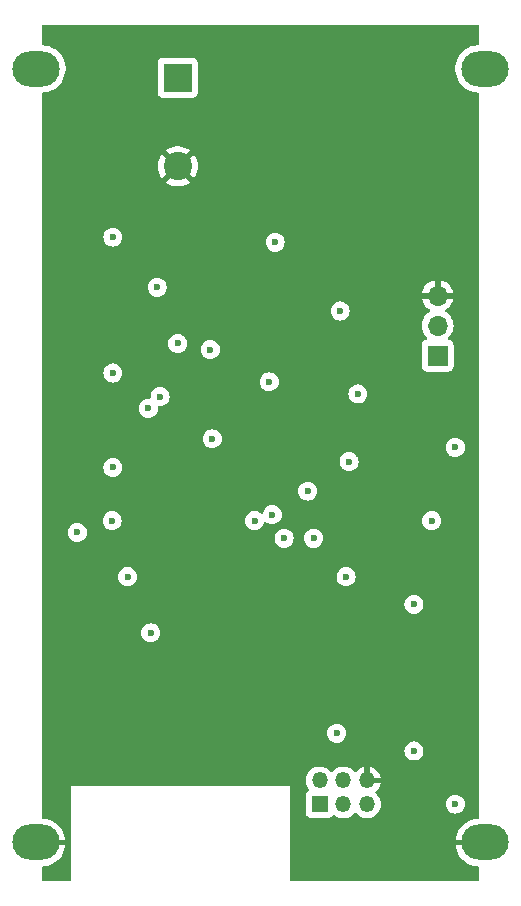
<source format=gbr>
%TF.GenerationSoftware,KiCad,Pcbnew,8.0.7*%
%TF.CreationDate,2025-01-11T16:41:09-06:00*%
%TF.ProjectId,ptSolar,7074536f-6c61-4722-9e6b-696361645f70,rev?*%
%TF.SameCoordinates,Original*%
%TF.FileFunction,Copper,L3,Inr*%
%TF.FilePolarity,Positive*%
%FSLAX46Y46*%
G04 Gerber Fmt 4.6, Leading zero omitted, Abs format (unit mm)*
G04 Created by KiCad (PCBNEW 8.0.7) date 2025-01-11 16:41:09*
%MOMM*%
%LPD*%
G01*
G04 APERTURE LIST*
%TA.AperFunction,ComponentPad*%
%ADD10O,4.000000X3.000000*%
%TD*%
%TA.AperFunction,ComponentPad*%
%ADD11R,1.350000X1.350000*%
%TD*%
%TA.AperFunction,ComponentPad*%
%ADD12O,1.350000X1.350000*%
%TD*%
%TA.AperFunction,ComponentPad*%
%ADD13R,1.700000X1.700000*%
%TD*%
%TA.AperFunction,ComponentPad*%
%ADD14O,1.700000X1.700000*%
%TD*%
%TA.AperFunction,ComponentPad*%
%ADD15R,2.400000X2.400000*%
%TD*%
%TA.AperFunction,ComponentPad*%
%ADD16C,2.400000*%
%TD*%
%TA.AperFunction,ViaPad*%
%ADD17C,0.600000*%
%TD*%
G04 APERTURE END LIST*
D10*
%TO.N,+BATT*%
%TO.C,J1*%
X129250000Y-72000000D03*
%TO.N,GND*%
X129250000Y-137500000D03*
%TD*%
%TO.N,+BATT*%
%TO.C,J2*%
X167250000Y-72000000D03*
%TO.N,GND*%
X167250000Y-137500000D03*
%TD*%
D11*
%TO.N,/MISO*%
%TO.C,J4*%
X153265000Y-134250000D03*
D12*
%TO.N,+BATT*%
X153265000Y-132250000D03*
%TO.N,/SCK*%
X155265000Y-134250000D03*
%TO.N,/MOSI*%
X155265000Y-132250000D03*
%TO.N,/RESET*%
X157265000Y-134250000D03*
%TO.N,GND*%
X157265000Y-132250000D03*
%TD*%
D13*
%TO.N,Net-(J3-Pin_1)*%
%TO.C,J3*%
X163250000Y-96275000D03*
D14*
%TO.N,Net-(J3-Pin_2)*%
X163250000Y-93735000D03*
%TO.N,GND*%
X163250000Y-91195000D03*
%TD*%
D15*
%TO.N,+BATT*%
%TO.C,C1*%
X141250000Y-72750000D03*
D16*
%TO.N,GND*%
X141250000Y-80250000D03*
%TD*%
D17*
%TO.N,GND*%
X144250000Y-110750000D03*
X150250000Y-108750000D03*
X148000000Y-70000000D03*
X144500000Y-116250000D03*
X133500000Y-116000000D03*
X131000000Y-132500000D03*
X151250000Y-78583334D03*
X134750000Y-130250000D03*
X162250000Y-87083332D03*
X149750000Y-126000000D03*
X156000000Y-116500000D03*
X162250000Y-84249999D03*
X156750000Y-126000000D03*
X162250000Y-70000000D03*
X135000000Y-111500000D03*
X134750000Y-127750000D03*
X135750000Y-90250000D03*
X149750000Y-127750000D03*
X161250000Y-138750000D03*
X155000000Y-94500000D03*
X143333332Y-70000000D03*
X146750000Y-99250000D03*
X157500000Y-138750000D03*
X162500000Y-108000000D03*
X134000000Y-70000000D03*
X165000000Y-124000000D03*
X151250000Y-80500000D03*
X165000000Y-121500000D03*
X134750000Y-120750000D03*
X155000000Y-102000000D03*
X134750000Y-123250000D03*
X136750000Y-103750000D03*
X134750000Y-125250000D03*
X151250000Y-86000000D03*
X162250000Y-78583333D03*
X149750000Y-130250000D03*
X162250000Y-75750000D03*
X138666666Y-70000000D03*
X151250000Y-75750001D03*
X153750000Y-138750000D03*
X162250000Y-81416666D03*
X150250000Y-116250000D03*
X144000000Y-106500000D03*
%TO.N,Net-(U2-ANTENNA)*%
X155000000Y-92500000D03*
%TO.N,/RESET*%
X155500000Y-115000000D03*
X152250000Y-107750000D03*
%TO.N,/SCK*%
X161250000Y-129750000D03*
%TO.N,/MISO*%
X154710000Y-128250000D03*
%TO.N,+3.3V*%
X135750000Y-105750000D03*
X164750000Y-134250000D03*
X135750000Y-97750000D03*
X138950000Y-119750000D03*
X147750000Y-110250000D03*
X164750000Y-104050000D03*
X156500000Y-99525000D03*
X135750000Y-86250000D03*
%TO.N,Net-(U2-MIC-IN)*%
X161250000Y-117350000D03*
%TO.N,Net-(U2-HIGH{slash}LOW)*%
X149500000Y-86681090D03*
%TO.N,Net-(U7-PC0)*%
X152750000Y-111750000D03*
X132750000Y-111250000D03*
%TO.N,Net-(U2-POWER_SAVE)*%
X141250000Y-95250000D03*
%TO.N,Net-(U3-A1)*%
X150250000Y-111750000D03*
X138750000Y-100750000D03*
%TO.N,Net-(U2-PTT)*%
X144000000Y-95767959D03*
%TO.N,Net-(U2-TX_DATA)*%
X137000000Y-115000000D03*
%TO.N,Net-(U3-A2)*%
X139750000Y-99750000D03*
X149250000Y-109750000D03*
%TO.N,Net-(U2-RX_DATA)*%
X139500000Y-90500000D03*
%TO.N,/BATT-SENSE*%
X149000000Y-98500000D03*
X155750000Y-105250000D03*
%TO.N,Net-(U7-PD3)*%
X162750000Y-110250000D03*
X144175735Y-103324265D03*
%TO.N,Net-(U2-AF-OUT)*%
X135700000Y-110250000D03*
%TD*%
%TA.AperFunction,Conductor*%
%TO.N,GND*%
G36*
X166692539Y-68270185D02*
G01*
X166738294Y-68322989D01*
X166749500Y-68374500D01*
X166749500Y-69875500D01*
X166729815Y-69942539D01*
X166677011Y-69988294D01*
X166625500Y-69999500D01*
X166618872Y-69999500D01*
X166387772Y-70029926D01*
X166358884Y-70033730D01*
X166105581Y-70101602D01*
X166105571Y-70101605D01*
X165863309Y-70201953D01*
X165863299Y-70201958D01*
X165636196Y-70333075D01*
X165428148Y-70492718D01*
X165242718Y-70678148D01*
X165083075Y-70886196D01*
X164951958Y-71113299D01*
X164951953Y-71113309D01*
X164851605Y-71355571D01*
X164851602Y-71355581D01*
X164812337Y-71502123D01*
X164783730Y-71608885D01*
X164749500Y-71868872D01*
X164749500Y-72131127D01*
X164776123Y-72333339D01*
X164783730Y-72391116D01*
X164851602Y-72644418D01*
X164851605Y-72644428D01*
X164951953Y-72886690D01*
X164951958Y-72886700D01*
X165083075Y-73113803D01*
X165242718Y-73321851D01*
X165242726Y-73321860D01*
X165428140Y-73507274D01*
X165428148Y-73507281D01*
X165636196Y-73666924D01*
X165863299Y-73798041D01*
X165863309Y-73798046D01*
X166105571Y-73898394D01*
X166105581Y-73898398D01*
X166358884Y-73966270D01*
X166618880Y-74000500D01*
X166625500Y-74000500D01*
X166692539Y-74020185D01*
X166738294Y-74072989D01*
X166749500Y-74124500D01*
X166749500Y-135376000D01*
X166729815Y-135443039D01*
X166677011Y-135488794D01*
X166625500Y-135500000D01*
X166618905Y-135500000D01*
X166358990Y-135534220D01*
X166358979Y-135534222D01*
X166105744Y-135602075D01*
X165863528Y-135702404D01*
X165863517Y-135702409D01*
X165636471Y-135833496D01*
X165428480Y-135993092D01*
X165428473Y-135993098D01*
X165243098Y-136178473D01*
X165243092Y-136178480D01*
X165083496Y-136386471D01*
X164952409Y-136613517D01*
X164952404Y-136613528D01*
X164852075Y-136855744D01*
X164784221Y-137108983D01*
X164765654Y-137249999D01*
X164765655Y-137250000D01*
X166024015Y-137250000D01*
X166000000Y-137401623D01*
X166000000Y-137598377D01*
X166024015Y-137750000D01*
X164765655Y-137750000D01*
X164784221Y-137891016D01*
X164852075Y-138144255D01*
X164952404Y-138386471D01*
X164952409Y-138386482D01*
X165083496Y-138613528D01*
X165243092Y-138821519D01*
X165243098Y-138821526D01*
X165428473Y-139006901D01*
X165428480Y-139006907D01*
X165636471Y-139166503D01*
X165863517Y-139297590D01*
X165863528Y-139297595D01*
X166105744Y-139397924D01*
X166358979Y-139465777D01*
X166358990Y-139465779D01*
X166618905Y-139499999D01*
X166618920Y-139500000D01*
X166625500Y-139500000D01*
X166692539Y-139519685D01*
X166738294Y-139572489D01*
X166749500Y-139624000D01*
X166749500Y-140625500D01*
X166729815Y-140692539D01*
X166677011Y-140738294D01*
X166625500Y-140749500D01*
X150874000Y-140749500D01*
X150806961Y-140729815D01*
X150761206Y-140677011D01*
X150750000Y-140625500D01*
X150750000Y-132750000D01*
X132250000Y-132750000D01*
X132250000Y-140625500D01*
X132230315Y-140692539D01*
X132177511Y-140738294D01*
X132126000Y-140749500D01*
X129874500Y-140749500D01*
X129807461Y-140729815D01*
X129761706Y-140677011D01*
X129750500Y-140625500D01*
X129750500Y-139624000D01*
X129770185Y-139556961D01*
X129822989Y-139511206D01*
X129874500Y-139500000D01*
X129881080Y-139500000D01*
X129881094Y-139499999D01*
X130141009Y-139465779D01*
X130141020Y-139465777D01*
X130394255Y-139397924D01*
X130636471Y-139297595D01*
X130636482Y-139297590D01*
X130863528Y-139166503D01*
X131071519Y-139006907D01*
X131071526Y-139006901D01*
X131256901Y-138821526D01*
X131256907Y-138821519D01*
X131416503Y-138613528D01*
X131547590Y-138386482D01*
X131547595Y-138386471D01*
X131647924Y-138144255D01*
X131715778Y-137891016D01*
X131734345Y-137750000D01*
X130475985Y-137750000D01*
X130500000Y-137598377D01*
X130500000Y-137401623D01*
X130475985Y-137250000D01*
X131734345Y-137250000D01*
X131734345Y-137249999D01*
X131715778Y-137108983D01*
X131647924Y-136855744D01*
X131547595Y-136613528D01*
X131547590Y-136613517D01*
X131416503Y-136386471D01*
X131256907Y-136178480D01*
X131256901Y-136178473D01*
X131071526Y-135993098D01*
X131071519Y-135993092D01*
X130863528Y-135833496D01*
X130636482Y-135702409D01*
X130636471Y-135702404D01*
X130394255Y-135602075D01*
X130141020Y-135534222D01*
X130141009Y-135534220D01*
X129881094Y-135500000D01*
X129874500Y-135500000D01*
X129807461Y-135480315D01*
X129761706Y-135427511D01*
X129750500Y-135376000D01*
X129750500Y-132249999D01*
X152084464Y-132249999D01*
X152084464Y-132250000D01*
X152104564Y-132466918D01*
X152104564Y-132466920D01*
X152104565Y-132466923D01*
X152133916Y-132570080D01*
X152164184Y-132676462D01*
X152261288Y-132871472D01*
X152342747Y-132979341D01*
X152367439Y-133044702D01*
X152352874Y-133113037D01*
X152318105Y-133153334D01*
X152232452Y-133217455D01*
X152146206Y-133332664D01*
X152146202Y-133332671D01*
X152095908Y-133467517D01*
X152089501Y-133527116D01*
X152089500Y-133527135D01*
X152089500Y-134972870D01*
X152089501Y-134972876D01*
X152095908Y-135032483D01*
X152146202Y-135167328D01*
X152146206Y-135167335D01*
X152232452Y-135282544D01*
X152232455Y-135282547D01*
X152347664Y-135368793D01*
X152347671Y-135368797D01*
X152482517Y-135419091D01*
X152482516Y-135419091D01*
X152489444Y-135419835D01*
X152542127Y-135425500D01*
X153987872Y-135425499D01*
X154047483Y-135419091D01*
X154182331Y-135368796D01*
X154297546Y-135282546D01*
X154359785Y-135199404D01*
X154415718Y-135157535D01*
X154485410Y-135152551D01*
X154542588Y-135182078D01*
X154553568Y-135192088D01*
X154553570Y-135192089D01*
X154553571Y-135192090D01*
X154738786Y-135306770D01*
X154738792Y-135306773D01*
X154761664Y-135315633D01*
X154941931Y-135385470D01*
X155156074Y-135425500D01*
X155156076Y-135425500D01*
X155373924Y-135425500D01*
X155373926Y-135425500D01*
X155588069Y-135385470D01*
X155791210Y-135306772D01*
X155976432Y-135192088D01*
X156137427Y-135045322D01*
X156166047Y-135007422D01*
X156222153Y-134965787D01*
X156291865Y-134961094D01*
X156353048Y-134994836D01*
X156363946Y-135007414D01*
X156392573Y-135045322D01*
X156553568Y-135192088D01*
X156553575Y-135192092D01*
X156553576Y-135192093D01*
X156738786Y-135306770D01*
X156738792Y-135306773D01*
X156761664Y-135315633D01*
X156941931Y-135385470D01*
X157156074Y-135425500D01*
X157156076Y-135425500D01*
X157373924Y-135425500D01*
X157373926Y-135425500D01*
X157588069Y-135385470D01*
X157791210Y-135306772D01*
X157976432Y-135192088D01*
X158137427Y-135045322D01*
X158268712Y-134871472D01*
X158365817Y-134676459D01*
X158425435Y-134466923D01*
X158445536Y-134250000D01*
X158445536Y-134249996D01*
X163944435Y-134249996D01*
X163944435Y-134250003D01*
X163964630Y-134429249D01*
X163964631Y-134429254D01*
X164024211Y-134599523D01*
X164120184Y-134752262D01*
X164247738Y-134879816D01*
X164338080Y-134936582D01*
X164395835Y-134972872D01*
X164400478Y-134975789D01*
X164490886Y-135007424D01*
X164570745Y-135035368D01*
X164570750Y-135035369D01*
X164749996Y-135055565D01*
X164750000Y-135055565D01*
X164750004Y-135055565D01*
X164929249Y-135035369D01*
X164929252Y-135035368D01*
X164929255Y-135035368D01*
X165099522Y-134975789D01*
X165252262Y-134879816D01*
X165379816Y-134752262D01*
X165475789Y-134599522D01*
X165535368Y-134429255D01*
X165555565Y-134250000D01*
X165535368Y-134070745D01*
X165475789Y-133900478D01*
X165379816Y-133747738D01*
X165252262Y-133620184D01*
X165122903Y-133538902D01*
X165099523Y-133524211D01*
X164929254Y-133464631D01*
X164929249Y-133464630D01*
X164750004Y-133444435D01*
X164749996Y-133444435D01*
X164570750Y-133464630D01*
X164570745Y-133464631D01*
X164400476Y-133524211D01*
X164247737Y-133620184D01*
X164120184Y-133747737D01*
X164024211Y-133900476D01*
X163964631Y-134070745D01*
X163964630Y-134070750D01*
X163944435Y-134249996D01*
X158445536Y-134249996D01*
X158425435Y-134033077D01*
X158365817Y-133823541D01*
X158268712Y-133628528D01*
X158192138Y-133527127D01*
X158137425Y-133454675D01*
X158013055Y-133341298D01*
X157976773Y-133281587D01*
X157978534Y-133211740D01*
X158013056Y-133158023D01*
X158137054Y-133044985D01*
X158268284Y-132871208D01*
X158365348Y-132676280D01*
X158415505Y-132500000D01*
X157580686Y-132500000D01*
X157585080Y-132495606D01*
X157637741Y-132404394D01*
X157665000Y-132302661D01*
X157665000Y-132197339D01*
X157637741Y-132095606D01*
X157585080Y-132004394D01*
X157580686Y-132000000D01*
X158415505Y-132000000D01*
X158415505Y-131999999D01*
X158365348Y-131823719D01*
X158268284Y-131628791D01*
X158137054Y-131455014D01*
X157976131Y-131308314D01*
X157790987Y-131193677D01*
X157790985Y-131193676D01*
X157587931Y-131115013D01*
X157587921Y-131115010D01*
X157515001Y-131101378D01*
X157515000Y-131101379D01*
X157515000Y-131934314D01*
X157510606Y-131929920D01*
X157419394Y-131877259D01*
X157317661Y-131850000D01*
X157212339Y-131850000D01*
X157110606Y-131877259D01*
X157019394Y-131929920D01*
X157015000Y-131934314D01*
X157015000Y-131101379D01*
X157014998Y-131101378D01*
X156942078Y-131115010D01*
X156942068Y-131115013D01*
X156739014Y-131193676D01*
X156739012Y-131193677D01*
X156553869Y-131308314D01*
X156553868Y-131308314D01*
X156392945Y-131455014D01*
X156364267Y-131492990D01*
X156308157Y-131534626D01*
X156238445Y-131539317D01*
X156177264Y-131505575D01*
X156166359Y-131492990D01*
X156157547Y-131481321D01*
X156137427Y-131454678D01*
X155976432Y-131307912D01*
X155976428Y-131307909D01*
X155976423Y-131307906D01*
X155791213Y-131193229D01*
X155791207Y-131193226D01*
X155706113Y-131160260D01*
X155588069Y-131114530D01*
X155373926Y-131074500D01*
X155156074Y-131074500D01*
X154941931Y-131114530D01*
X154893130Y-131133435D01*
X154738792Y-131193226D01*
X154738786Y-131193229D01*
X154553576Y-131307906D01*
X154553566Y-131307913D01*
X154392573Y-131454676D01*
X154363953Y-131492576D01*
X154307844Y-131534211D01*
X154238132Y-131538902D01*
X154176950Y-131505159D01*
X154166047Y-131492576D01*
X154137426Y-131454676D01*
X153976433Y-131307913D01*
X153976423Y-131307906D01*
X153791213Y-131193229D01*
X153791207Y-131193226D01*
X153706113Y-131160260D01*
X153588069Y-131114530D01*
X153373926Y-131074500D01*
X153156074Y-131074500D01*
X152941931Y-131114530D01*
X152893130Y-131133435D01*
X152738792Y-131193226D01*
X152738786Y-131193229D01*
X152553576Y-131307906D01*
X152553566Y-131307913D01*
X152392574Y-131454676D01*
X152261288Y-131628527D01*
X152164184Y-131823537D01*
X152164183Y-131823541D01*
X152113977Y-131999999D01*
X152104564Y-132033081D01*
X152084464Y-132249999D01*
X129750500Y-132249999D01*
X129750500Y-129749996D01*
X160444435Y-129749996D01*
X160444435Y-129750003D01*
X160464630Y-129929249D01*
X160464631Y-129929254D01*
X160524211Y-130099523D01*
X160620184Y-130252262D01*
X160747738Y-130379816D01*
X160900478Y-130475789D01*
X161070745Y-130535368D01*
X161070750Y-130535369D01*
X161249996Y-130555565D01*
X161250000Y-130555565D01*
X161250004Y-130555565D01*
X161429249Y-130535369D01*
X161429252Y-130535368D01*
X161429255Y-130535368D01*
X161599522Y-130475789D01*
X161752262Y-130379816D01*
X161879816Y-130252262D01*
X161975789Y-130099522D01*
X162035368Y-129929255D01*
X162055565Y-129750000D01*
X162035368Y-129570745D01*
X161975789Y-129400478D01*
X161879816Y-129247738D01*
X161752262Y-129120184D01*
X161649422Y-129055565D01*
X161599523Y-129024211D01*
X161429254Y-128964631D01*
X161429249Y-128964630D01*
X161250004Y-128944435D01*
X161249996Y-128944435D01*
X161070750Y-128964630D01*
X161070745Y-128964631D01*
X160900476Y-129024211D01*
X160747737Y-129120184D01*
X160620184Y-129247737D01*
X160524211Y-129400476D01*
X160464631Y-129570745D01*
X160464630Y-129570750D01*
X160444435Y-129749996D01*
X129750500Y-129749996D01*
X129750500Y-128249996D01*
X153904435Y-128249996D01*
X153904435Y-128250003D01*
X153924630Y-128429249D01*
X153924631Y-128429254D01*
X153984211Y-128599523D01*
X154080184Y-128752262D01*
X154207738Y-128879816D01*
X154298080Y-128936582D01*
X154342721Y-128964632D01*
X154360478Y-128975789D01*
X154498860Y-129024211D01*
X154530745Y-129035368D01*
X154530750Y-129035369D01*
X154709996Y-129055565D01*
X154710000Y-129055565D01*
X154710004Y-129055565D01*
X154889249Y-129035369D01*
X154889252Y-129035368D01*
X154889255Y-129035368D01*
X155059522Y-128975789D01*
X155212262Y-128879816D01*
X155339816Y-128752262D01*
X155435789Y-128599522D01*
X155495368Y-128429255D01*
X155515565Y-128250000D01*
X155495368Y-128070745D01*
X155435789Y-127900478D01*
X155339816Y-127747738D01*
X155212262Y-127620184D01*
X155059523Y-127524211D01*
X154889254Y-127464631D01*
X154889249Y-127464630D01*
X154710004Y-127444435D01*
X154709996Y-127444435D01*
X154530750Y-127464630D01*
X154530745Y-127464631D01*
X154360476Y-127524211D01*
X154207737Y-127620184D01*
X154080184Y-127747737D01*
X153984211Y-127900476D01*
X153924631Y-128070745D01*
X153924630Y-128070750D01*
X153904435Y-128249996D01*
X129750500Y-128249996D01*
X129750500Y-119749996D01*
X138144435Y-119749996D01*
X138144435Y-119750003D01*
X138164630Y-119929249D01*
X138164631Y-119929254D01*
X138224211Y-120099523D01*
X138320184Y-120252262D01*
X138447738Y-120379816D01*
X138600478Y-120475789D01*
X138770745Y-120535368D01*
X138770750Y-120535369D01*
X138949996Y-120555565D01*
X138950000Y-120555565D01*
X138950004Y-120555565D01*
X139129249Y-120535369D01*
X139129252Y-120535368D01*
X139129255Y-120535368D01*
X139299522Y-120475789D01*
X139452262Y-120379816D01*
X139579816Y-120252262D01*
X139675789Y-120099522D01*
X139735368Y-119929255D01*
X139755565Y-119750000D01*
X139735368Y-119570745D01*
X139675789Y-119400478D01*
X139579816Y-119247738D01*
X139452262Y-119120184D01*
X139299523Y-119024211D01*
X139129254Y-118964631D01*
X139129249Y-118964630D01*
X138950004Y-118944435D01*
X138949996Y-118944435D01*
X138770750Y-118964630D01*
X138770745Y-118964631D01*
X138600476Y-119024211D01*
X138447737Y-119120184D01*
X138320184Y-119247737D01*
X138224211Y-119400476D01*
X138164631Y-119570745D01*
X138164630Y-119570750D01*
X138144435Y-119749996D01*
X129750500Y-119749996D01*
X129750500Y-117349996D01*
X160444435Y-117349996D01*
X160444435Y-117350003D01*
X160464630Y-117529249D01*
X160464631Y-117529254D01*
X160524211Y-117699523D01*
X160620184Y-117852262D01*
X160747738Y-117979816D01*
X160900478Y-118075789D01*
X161070745Y-118135368D01*
X161070750Y-118135369D01*
X161249996Y-118155565D01*
X161250000Y-118155565D01*
X161250004Y-118155565D01*
X161429249Y-118135369D01*
X161429252Y-118135368D01*
X161429255Y-118135368D01*
X161599522Y-118075789D01*
X161752262Y-117979816D01*
X161879816Y-117852262D01*
X161975789Y-117699522D01*
X162035368Y-117529255D01*
X162055565Y-117350000D01*
X162035368Y-117170745D01*
X161975789Y-117000478D01*
X161879816Y-116847738D01*
X161752262Y-116720184D01*
X161599523Y-116624211D01*
X161429254Y-116564631D01*
X161429249Y-116564630D01*
X161250004Y-116544435D01*
X161249996Y-116544435D01*
X161070750Y-116564630D01*
X161070745Y-116564631D01*
X160900476Y-116624211D01*
X160747737Y-116720184D01*
X160620184Y-116847737D01*
X160524211Y-117000476D01*
X160464631Y-117170745D01*
X160464630Y-117170750D01*
X160444435Y-117349996D01*
X129750500Y-117349996D01*
X129750500Y-114999996D01*
X136194435Y-114999996D01*
X136194435Y-115000003D01*
X136214630Y-115179249D01*
X136214631Y-115179254D01*
X136274211Y-115349523D01*
X136370184Y-115502262D01*
X136497738Y-115629816D01*
X136650478Y-115725789D01*
X136820745Y-115785368D01*
X136820750Y-115785369D01*
X136999996Y-115805565D01*
X137000000Y-115805565D01*
X137000004Y-115805565D01*
X137179249Y-115785369D01*
X137179252Y-115785368D01*
X137179255Y-115785368D01*
X137349522Y-115725789D01*
X137502262Y-115629816D01*
X137629816Y-115502262D01*
X137725789Y-115349522D01*
X137785368Y-115179255D01*
X137805565Y-115000000D01*
X137805565Y-114999996D01*
X154694435Y-114999996D01*
X154694435Y-115000003D01*
X154714630Y-115179249D01*
X154714631Y-115179254D01*
X154774211Y-115349523D01*
X154870184Y-115502262D01*
X154997738Y-115629816D01*
X155150478Y-115725789D01*
X155320745Y-115785368D01*
X155320750Y-115785369D01*
X155499996Y-115805565D01*
X155500000Y-115805565D01*
X155500004Y-115805565D01*
X155679249Y-115785369D01*
X155679252Y-115785368D01*
X155679255Y-115785368D01*
X155849522Y-115725789D01*
X156002262Y-115629816D01*
X156129816Y-115502262D01*
X156225789Y-115349522D01*
X156285368Y-115179255D01*
X156305565Y-115000000D01*
X156285368Y-114820745D01*
X156225789Y-114650478D01*
X156129816Y-114497738D01*
X156002262Y-114370184D01*
X155849523Y-114274211D01*
X155679254Y-114214631D01*
X155679249Y-114214630D01*
X155500004Y-114194435D01*
X155499996Y-114194435D01*
X155320750Y-114214630D01*
X155320745Y-114214631D01*
X155150476Y-114274211D01*
X154997737Y-114370184D01*
X154870184Y-114497737D01*
X154774211Y-114650476D01*
X154714631Y-114820745D01*
X154714630Y-114820750D01*
X154694435Y-114999996D01*
X137805565Y-114999996D01*
X137785368Y-114820745D01*
X137725789Y-114650478D01*
X137629816Y-114497738D01*
X137502262Y-114370184D01*
X137349523Y-114274211D01*
X137179254Y-114214631D01*
X137179249Y-114214630D01*
X137000004Y-114194435D01*
X136999996Y-114194435D01*
X136820750Y-114214630D01*
X136820745Y-114214631D01*
X136650476Y-114274211D01*
X136497737Y-114370184D01*
X136370184Y-114497737D01*
X136274211Y-114650476D01*
X136214631Y-114820745D01*
X136214630Y-114820750D01*
X136194435Y-114999996D01*
X129750500Y-114999996D01*
X129750500Y-111249996D01*
X131944435Y-111249996D01*
X131944435Y-111250003D01*
X131964630Y-111429249D01*
X131964631Y-111429254D01*
X132024211Y-111599523D01*
X132118760Y-111749996D01*
X132120184Y-111752262D01*
X132247738Y-111879816D01*
X132400478Y-111975789D01*
X132570745Y-112035368D01*
X132570750Y-112035369D01*
X132749996Y-112055565D01*
X132750000Y-112055565D01*
X132750004Y-112055565D01*
X132929249Y-112035369D01*
X132929252Y-112035368D01*
X132929255Y-112035368D01*
X133099522Y-111975789D01*
X133252262Y-111879816D01*
X133379816Y-111752262D01*
X133381240Y-111749996D01*
X149444435Y-111749996D01*
X149444435Y-111750003D01*
X149464630Y-111929249D01*
X149464631Y-111929254D01*
X149524211Y-112099523D01*
X149620184Y-112252262D01*
X149747738Y-112379816D01*
X149900478Y-112475789D01*
X150070745Y-112535368D01*
X150070750Y-112535369D01*
X150249996Y-112555565D01*
X150250000Y-112555565D01*
X150250004Y-112555565D01*
X150429249Y-112535369D01*
X150429252Y-112535368D01*
X150429255Y-112535368D01*
X150599522Y-112475789D01*
X150752262Y-112379816D01*
X150879816Y-112252262D01*
X150975789Y-112099522D01*
X151035368Y-111929255D01*
X151035369Y-111929249D01*
X151055565Y-111750003D01*
X151055565Y-111749996D01*
X151944435Y-111749996D01*
X151944435Y-111750003D01*
X151964630Y-111929249D01*
X151964631Y-111929254D01*
X152024211Y-112099523D01*
X152120184Y-112252262D01*
X152247738Y-112379816D01*
X152400478Y-112475789D01*
X152570745Y-112535368D01*
X152570750Y-112535369D01*
X152749996Y-112555565D01*
X152750000Y-112555565D01*
X152750004Y-112555565D01*
X152929249Y-112535369D01*
X152929252Y-112535368D01*
X152929255Y-112535368D01*
X153099522Y-112475789D01*
X153252262Y-112379816D01*
X153379816Y-112252262D01*
X153475789Y-112099522D01*
X153535368Y-111929255D01*
X153535369Y-111929249D01*
X153555565Y-111750003D01*
X153555565Y-111749996D01*
X153535369Y-111570750D01*
X153535368Y-111570745D01*
X153475789Y-111400478D01*
X153379816Y-111247738D01*
X153252262Y-111120184D01*
X153099523Y-111024211D01*
X152929254Y-110964631D01*
X152929249Y-110964630D01*
X152750004Y-110944435D01*
X152749996Y-110944435D01*
X152570750Y-110964630D01*
X152570745Y-110964631D01*
X152400476Y-111024211D01*
X152247737Y-111120184D01*
X152120184Y-111247737D01*
X152024211Y-111400476D01*
X151964631Y-111570745D01*
X151964630Y-111570750D01*
X151944435Y-111749996D01*
X151055565Y-111749996D01*
X151035369Y-111570750D01*
X151035368Y-111570745D01*
X150975789Y-111400478D01*
X150879816Y-111247738D01*
X150752262Y-111120184D01*
X150599523Y-111024211D01*
X150429254Y-110964631D01*
X150429249Y-110964630D01*
X150250004Y-110944435D01*
X150249996Y-110944435D01*
X150070750Y-110964630D01*
X150070745Y-110964631D01*
X149900476Y-111024211D01*
X149747737Y-111120184D01*
X149620184Y-111247737D01*
X149524211Y-111400476D01*
X149464631Y-111570745D01*
X149464630Y-111570750D01*
X149444435Y-111749996D01*
X133381240Y-111749996D01*
X133475789Y-111599522D01*
X133535368Y-111429255D01*
X133535369Y-111429249D01*
X133555565Y-111250003D01*
X133555565Y-111249996D01*
X133535369Y-111070750D01*
X133535368Y-111070745D01*
X133475788Y-110900476D01*
X133436582Y-110838080D01*
X133379816Y-110747738D01*
X133252262Y-110620184D01*
X133149422Y-110555565D01*
X133099523Y-110524211D01*
X132929254Y-110464631D01*
X132929249Y-110464630D01*
X132750004Y-110444435D01*
X132749996Y-110444435D01*
X132570750Y-110464630D01*
X132570745Y-110464631D01*
X132400476Y-110524211D01*
X132247737Y-110620184D01*
X132120184Y-110747737D01*
X132024211Y-110900476D01*
X131964631Y-111070745D01*
X131964630Y-111070750D01*
X131944435Y-111249996D01*
X129750500Y-111249996D01*
X129750500Y-110249996D01*
X134894435Y-110249996D01*
X134894435Y-110250003D01*
X134914630Y-110429249D01*
X134914631Y-110429254D01*
X134974211Y-110599523D01*
X135067341Y-110747737D01*
X135070184Y-110752262D01*
X135197738Y-110879816D01*
X135288080Y-110936582D01*
X135332721Y-110964632D01*
X135350478Y-110975789D01*
X135488860Y-111024211D01*
X135520745Y-111035368D01*
X135520750Y-111035369D01*
X135699996Y-111055565D01*
X135700000Y-111055565D01*
X135700004Y-111055565D01*
X135879249Y-111035369D01*
X135879252Y-111035368D01*
X135879255Y-111035368D01*
X136049522Y-110975789D01*
X136202262Y-110879816D01*
X136329816Y-110752262D01*
X136425789Y-110599522D01*
X136485368Y-110429255D01*
X136486109Y-110422682D01*
X136505565Y-110250003D01*
X136505565Y-110249996D01*
X146944435Y-110249996D01*
X146944435Y-110250003D01*
X146964630Y-110429249D01*
X146964631Y-110429254D01*
X147024211Y-110599523D01*
X147117341Y-110747737D01*
X147120184Y-110752262D01*
X147247738Y-110879816D01*
X147338080Y-110936582D01*
X147382721Y-110964632D01*
X147400478Y-110975789D01*
X147538860Y-111024211D01*
X147570745Y-111035368D01*
X147570750Y-111035369D01*
X147749996Y-111055565D01*
X147750000Y-111055565D01*
X147750004Y-111055565D01*
X147929249Y-111035369D01*
X147929252Y-111035368D01*
X147929255Y-111035368D01*
X148099522Y-110975789D01*
X148252262Y-110879816D01*
X148379816Y-110752262D01*
X148475789Y-110599522D01*
X148535368Y-110429255D01*
X148535368Y-110429254D01*
X148537668Y-110422682D01*
X148540370Y-110423627D01*
X148568176Y-110373882D01*
X148629827Y-110341005D01*
X148699466Y-110346678D01*
X148742667Y-110374745D01*
X148747738Y-110379816D01*
X148815959Y-110422682D01*
X148882721Y-110464632D01*
X148900478Y-110475789D01*
X149038860Y-110524211D01*
X149070745Y-110535368D01*
X149070750Y-110535369D01*
X149249996Y-110555565D01*
X149250000Y-110555565D01*
X149250004Y-110555565D01*
X149429249Y-110535369D01*
X149429252Y-110535368D01*
X149429255Y-110535368D01*
X149599522Y-110475789D01*
X149752262Y-110379816D01*
X149879816Y-110252262D01*
X149881240Y-110249996D01*
X161944435Y-110249996D01*
X161944435Y-110250003D01*
X161964630Y-110429249D01*
X161964631Y-110429254D01*
X162024211Y-110599523D01*
X162117341Y-110747737D01*
X162120184Y-110752262D01*
X162247738Y-110879816D01*
X162338080Y-110936582D01*
X162382721Y-110964632D01*
X162400478Y-110975789D01*
X162538860Y-111024211D01*
X162570745Y-111035368D01*
X162570750Y-111035369D01*
X162749996Y-111055565D01*
X162750000Y-111055565D01*
X162750004Y-111055565D01*
X162929249Y-111035369D01*
X162929252Y-111035368D01*
X162929255Y-111035368D01*
X163099522Y-110975789D01*
X163252262Y-110879816D01*
X163379816Y-110752262D01*
X163475789Y-110599522D01*
X163535368Y-110429255D01*
X163536109Y-110422682D01*
X163555565Y-110250003D01*
X163555565Y-110249996D01*
X163535369Y-110070750D01*
X163535368Y-110070745D01*
X163475789Y-109900478D01*
X163379816Y-109747738D01*
X163252262Y-109620184D01*
X163099523Y-109524211D01*
X162929254Y-109464631D01*
X162929249Y-109464630D01*
X162750004Y-109444435D01*
X162749996Y-109444435D01*
X162570750Y-109464630D01*
X162570745Y-109464631D01*
X162400476Y-109524211D01*
X162247737Y-109620184D01*
X162120184Y-109747737D01*
X162024211Y-109900476D01*
X161964631Y-110070745D01*
X161964630Y-110070750D01*
X161944435Y-110249996D01*
X149881240Y-110249996D01*
X149975789Y-110099522D01*
X150035368Y-109929255D01*
X150035369Y-109929249D01*
X150055565Y-109750003D01*
X150055565Y-109749996D01*
X150035369Y-109570750D01*
X150035368Y-109570745D01*
X149975788Y-109400476D01*
X149879815Y-109247737D01*
X149752262Y-109120184D01*
X149599523Y-109024211D01*
X149429254Y-108964631D01*
X149429249Y-108964630D01*
X149250004Y-108944435D01*
X149249996Y-108944435D01*
X149070750Y-108964630D01*
X149070745Y-108964631D01*
X148900476Y-109024211D01*
X148747737Y-109120184D01*
X148620184Y-109247737D01*
X148524211Y-109400476D01*
X148462332Y-109577318D01*
X148459648Y-109576378D01*
X148431738Y-109626200D01*
X148370055Y-109659018D01*
X148300422Y-109653278D01*
X148257332Y-109625254D01*
X148252262Y-109620184D01*
X148099523Y-109524211D01*
X147929254Y-109464631D01*
X147929249Y-109464630D01*
X147750004Y-109444435D01*
X147749996Y-109444435D01*
X147570750Y-109464630D01*
X147570745Y-109464631D01*
X147400476Y-109524211D01*
X147247737Y-109620184D01*
X147120184Y-109747737D01*
X147024211Y-109900476D01*
X146964631Y-110070745D01*
X146964630Y-110070750D01*
X146944435Y-110249996D01*
X136505565Y-110249996D01*
X136485369Y-110070750D01*
X136485368Y-110070745D01*
X136425789Y-109900478D01*
X136329816Y-109747738D01*
X136202262Y-109620184D01*
X136049523Y-109524211D01*
X135879254Y-109464631D01*
X135879249Y-109464630D01*
X135700004Y-109444435D01*
X135699996Y-109444435D01*
X135520750Y-109464630D01*
X135520745Y-109464631D01*
X135350476Y-109524211D01*
X135197737Y-109620184D01*
X135070184Y-109747737D01*
X134974211Y-109900476D01*
X134914631Y-110070745D01*
X134914630Y-110070750D01*
X134894435Y-110249996D01*
X129750500Y-110249996D01*
X129750500Y-107749996D01*
X151444435Y-107749996D01*
X151444435Y-107750003D01*
X151464630Y-107929249D01*
X151464631Y-107929254D01*
X151524211Y-108099523D01*
X151620184Y-108252262D01*
X151747738Y-108379816D01*
X151900478Y-108475789D01*
X152070745Y-108535368D01*
X152070750Y-108535369D01*
X152249996Y-108555565D01*
X152250000Y-108555565D01*
X152250004Y-108555565D01*
X152429249Y-108535369D01*
X152429252Y-108535368D01*
X152429255Y-108535368D01*
X152599522Y-108475789D01*
X152752262Y-108379816D01*
X152879816Y-108252262D01*
X152975789Y-108099522D01*
X153035368Y-107929255D01*
X153055565Y-107750000D01*
X153035368Y-107570745D01*
X152975789Y-107400478D01*
X152879816Y-107247738D01*
X152752262Y-107120184D01*
X152599523Y-107024211D01*
X152429254Y-106964631D01*
X152429249Y-106964630D01*
X152250004Y-106944435D01*
X152249996Y-106944435D01*
X152070750Y-106964630D01*
X152070745Y-106964631D01*
X151900476Y-107024211D01*
X151747737Y-107120184D01*
X151620184Y-107247737D01*
X151524211Y-107400476D01*
X151464631Y-107570745D01*
X151464630Y-107570750D01*
X151444435Y-107749996D01*
X129750500Y-107749996D01*
X129750500Y-105749996D01*
X134944435Y-105749996D01*
X134944435Y-105750003D01*
X134964630Y-105929249D01*
X134964631Y-105929254D01*
X135024211Y-106099523D01*
X135120184Y-106252262D01*
X135247738Y-106379816D01*
X135400478Y-106475789D01*
X135570745Y-106535368D01*
X135570750Y-106535369D01*
X135749996Y-106555565D01*
X135750000Y-106555565D01*
X135750004Y-106555565D01*
X135929249Y-106535369D01*
X135929252Y-106535368D01*
X135929255Y-106535368D01*
X136099522Y-106475789D01*
X136252262Y-106379816D01*
X136379816Y-106252262D01*
X136475789Y-106099522D01*
X136535368Y-105929255D01*
X136535369Y-105929249D01*
X136555565Y-105750003D01*
X136555565Y-105749996D01*
X136535369Y-105570750D01*
X136535368Y-105570745D01*
X136475789Y-105400478D01*
X136381235Y-105249996D01*
X154944435Y-105249996D01*
X154944435Y-105250003D01*
X154964630Y-105429249D01*
X154964631Y-105429254D01*
X155024211Y-105599523D01*
X155118760Y-105749996D01*
X155120184Y-105752262D01*
X155247738Y-105879816D01*
X155400478Y-105975789D01*
X155570745Y-106035368D01*
X155570750Y-106035369D01*
X155749996Y-106055565D01*
X155750000Y-106055565D01*
X155750004Y-106055565D01*
X155929249Y-106035369D01*
X155929252Y-106035368D01*
X155929255Y-106035368D01*
X156099522Y-105975789D01*
X156252262Y-105879816D01*
X156379816Y-105752262D01*
X156475789Y-105599522D01*
X156535368Y-105429255D01*
X156535369Y-105429249D01*
X156555565Y-105250003D01*
X156555565Y-105249996D01*
X156535369Y-105070750D01*
X156535368Y-105070745D01*
X156475788Y-104900476D01*
X156434878Y-104835368D01*
X156379816Y-104747738D01*
X156252262Y-104620184D01*
X156099523Y-104524211D01*
X155929254Y-104464631D01*
X155929249Y-104464630D01*
X155750004Y-104444435D01*
X155749996Y-104444435D01*
X155570750Y-104464630D01*
X155570745Y-104464631D01*
X155400476Y-104524211D01*
X155247737Y-104620184D01*
X155120184Y-104747737D01*
X155024211Y-104900476D01*
X154964631Y-105070745D01*
X154964630Y-105070750D01*
X154944435Y-105249996D01*
X136381235Y-105249996D01*
X136379816Y-105247738D01*
X136252262Y-105120184D01*
X136099523Y-105024211D01*
X135929254Y-104964631D01*
X135929249Y-104964630D01*
X135750004Y-104944435D01*
X135749996Y-104944435D01*
X135570750Y-104964630D01*
X135570745Y-104964631D01*
X135400476Y-105024211D01*
X135247737Y-105120184D01*
X135120184Y-105247737D01*
X135024211Y-105400476D01*
X134964631Y-105570745D01*
X134964630Y-105570750D01*
X134944435Y-105749996D01*
X129750500Y-105749996D01*
X129750500Y-103324261D01*
X143370170Y-103324261D01*
X143370170Y-103324268D01*
X143390365Y-103503514D01*
X143390366Y-103503519D01*
X143449946Y-103673788D01*
X143466717Y-103700478D01*
X143545919Y-103826527D01*
X143673473Y-103954081D01*
X143763815Y-104010847D01*
X143826131Y-104050003D01*
X143826213Y-104050054D01*
X143996480Y-104109633D01*
X143996485Y-104109634D01*
X144175731Y-104129830D01*
X144175735Y-104129830D01*
X144175739Y-104129830D01*
X144354984Y-104109634D01*
X144354987Y-104109633D01*
X144354990Y-104109633D01*
X144525257Y-104050054D01*
X144525349Y-104049996D01*
X163944435Y-104049996D01*
X163944435Y-104050003D01*
X163964630Y-104229249D01*
X163964631Y-104229254D01*
X164024211Y-104399523D01*
X164065122Y-104464632D01*
X164120184Y-104552262D01*
X164247738Y-104679816D01*
X164338080Y-104736582D01*
X164355833Y-104747737D01*
X164400478Y-104775789D01*
X164570745Y-104835368D01*
X164570750Y-104835369D01*
X164749996Y-104855565D01*
X164750000Y-104855565D01*
X164750004Y-104855565D01*
X164929249Y-104835369D01*
X164929252Y-104835368D01*
X164929255Y-104835368D01*
X165099522Y-104775789D01*
X165252262Y-104679816D01*
X165379816Y-104552262D01*
X165475789Y-104399522D01*
X165535368Y-104229255D01*
X165535369Y-104229249D01*
X165555565Y-104050003D01*
X165555565Y-104049996D01*
X165535369Y-103870750D01*
X165535368Y-103870745D01*
X165475788Y-103700476D01*
X165379815Y-103547737D01*
X165252262Y-103420184D01*
X165099523Y-103324211D01*
X164929254Y-103264631D01*
X164929249Y-103264630D01*
X164750004Y-103244435D01*
X164749996Y-103244435D01*
X164570750Y-103264630D01*
X164570745Y-103264631D01*
X164400476Y-103324211D01*
X164247737Y-103420184D01*
X164120184Y-103547737D01*
X164024211Y-103700476D01*
X163964631Y-103870745D01*
X163964630Y-103870750D01*
X163944435Y-104049996D01*
X144525349Y-104049996D01*
X144677997Y-103954081D01*
X144805551Y-103826527D01*
X144901524Y-103673787D01*
X144961103Y-103503520D01*
X144981300Y-103324265D01*
X144972305Y-103244435D01*
X144961104Y-103145015D01*
X144961103Y-103145010D01*
X144901523Y-102974741D01*
X144805550Y-102822002D01*
X144677997Y-102694449D01*
X144525258Y-102598476D01*
X144354989Y-102538896D01*
X144354984Y-102538895D01*
X144175739Y-102518700D01*
X144175731Y-102518700D01*
X143996485Y-102538895D01*
X143996480Y-102538896D01*
X143826211Y-102598476D01*
X143673472Y-102694449D01*
X143545919Y-102822002D01*
X143449946Y-102974741D01*
X143390366Y-103145010D01*
X143390365Y-103145015D01*
X143370170Y-103324261D01*
X129750500Y-103324261D01*
X129750500Y-100749996D01*
X137944435Y-100749996D01*
X137944435Y-100750003D01*
X137964630Y-100929249D01*
X137964631Y-100929254D01*
X138024211Y-101099523D01*
X138120184Y-101252262D01*
X138247738Y-101379816D01*
X138400478Y-101475789D01*
X138570745Y-101535368D01*
X138570750Y-101535369D01*
X138749996Y-101555565D01*
X138750000Y-101555565D01*
X138750004Y-101555565D01*
X138929249Y-101535369D01*
X138929252Y-101535368D01*
X138929255Y-101535368D01*
X139099522Y-101475789D01*
X139252262Y-101379816D01*
X139379816Y-101252262D01*
X139475789Y-101099522D01*
X139535368Y-100929255D01*
X139555565Y-100750000D01*
X139548285Y-100685388D01*
X139560339Y-100616567D01*
X139607688Y-100565188D01*
X139675298Y-100547563D01*
X139685385Y-100548284D01*
X139711857Y-100551267D01*
X139749998Y-100555565D01*
X139750000Y-100555565D01*
X139750004Y-100555565D01*
X139929249Y-100535369D01*
X139929252Y-100535368D01*
X139929255Y-100535368D01*
X140099522Y-100475789D01*
X140252262Y-100379816D01*
X140379816Y-100252262D01*
X140475789Y-100099522D01*
X140535368Y-99929255D01*
X140555565Y-99750000D01*
X140550410Y-99704249D01*
X140535369Y-99570750D01*
X140535368Y-99570745D01*
X140519360Y-99524996D01*
X155694435Y-99524996D01*
X155694435Y-99525003D01*
X155714630Y-99704249D01*
X155714631Y-99704254D01*
X155774211Y-99874523D01*
X155830830Y-99964631D01*
X155870184Y-100027262D01*
X155997738Y-100154816D01*
X156088080Y-100211582D01*
X156145620Y-100247737D01*
X156150478Y-100250789D01*
X156154688Y-100252262D01*
X156320745Y-100310368D01*
X156320750Y-100310369D01*
X156499996Y-100330565D01*
X156500000Y-100330565D01*
X156500004Y-100330565D01*
X156679249Y-100310369D01*
X156679252Y-100310368D01*
X156679255Y-100310368D01*
X156849522Y-100250789D01*
X157002262Y-100154816D01*
X157129816Y-100027262D01*
X157225789Y-99874522D01*
X157285368Y-99704255D01*
X157285369Y-99704249D01*
X157305565Y-99525003D01*
X157305565Y-99524996D01*
X157285369Y-99345750D01*
X157285368Y-99345745D01*
X157271308Y-99305565D01*
X157225789Y-99175478D01*
X157129816Y-99022738D01*
X157002262Y-98895184D01*
X156929593Y-98849523D01*
X156849523Y-98799211D01*
X156679254Y-98739631D01*
X156679249Y-98739630D01*
X156500004Y-98719435D01*
X156499996Y-98719435D01*
X156320750Y-98739630D01*
X156320745Y-98739631D01*
X156150476Y-98799211D01*
X155997737Y-98895184D01*
X155870184Y-99022737D01*
X155774211Y-99175476D01*
X155714631Y-99345745D01*
X155714630Y-99345750D01*
X155694435Y-99524996D01*
X140519360Y-99524996D01*
X140475788Y-99400476D01*
X140403461Y-99285369D01*
X140379816Y-99247738D01*
X140252262Y-99120184D01*
X140099523Y-99024211D01*
X139929254Y-98964631D01*
X139929249Y-98964630D01*
X139750004Y-98944435D01*
X139749996Y-98944435D01*
X139570750Y-98964630D01*
X139570745Y-98964631D01*
X139400476Y-99024211D01*
X139247737Y-99120184D01*
X139120184Y-99247737D01*
X139024211Y-99400476D01*
X138964631Y-99570745D01*
X138964630Y-99570750D01*
X138944435Y-99749996D01*
X138944435Y-99750004D01*
X138951714Y-99814611D01*
X138939659Y-99883433D01*
X138892310Y-99934812D01*
X138824699Y-99952436D01*
X138814611Y-99951714D01*
X138750004Y-99944435D01*
X138749996Y-99944435D01*
X138570750Y-99964630D01*
X138570745Y-99964631D01*
X138400476Y-100024211D01*
X138247737Y-100120184D01*
X138120184Y-100247737D01*
X138024211Y-100400476D01*
X137964631Y-100570745D01*
X137964630Y-100570750D01*
X137944435Y-100749996D01*
X129750500Y-100749996D01*
X129750500Y-97749996D01*
X134944435Y-97749996D01*
X134944435Y-97750003D01*
X134964630Y-97929249D01*
X134964631Y-97929254D01*
X135024211Y-98099523D01*
X135120184Y-98252262D01*
X135247738Y-98379816D01*
X135400478Y-98475789D01*
X135469678Y-98500003D01*
X135570745Y-98535368D01*
X135570750Y-98535369D01*
X135749996Y-98555565D01*
X135750000Y-98555565D01*
X135750004Y-98555565D01*
X135929249Y-98535369D01*
X135929252Y-98535368D01*
X135929255Y-98535368D01*
X136030342Y-98499996D01*
X148194435Y-98499996D01*
X148194435Y-98500003D01*
X148214630Y-98679249D01*
X148214631Y-98679254D01*
X148274211Y-98849523D01*
X148302902Y-98895184D01*
X148370184Y-99002262D01*
X148497738Y-99129816D01*
X148650478Y-99225789D01*
X148713202Y-99247737D01*
X148820745Y-99285368D01*
X148820750Y-99285369D01*
X148999996Y-99305565D01*
X149000000Y-99305565D01*
X149000004Y-99305565D01*
X149179249Y-99285369D01*
X149179252Y-99285368D01*
X149179255Y-99285368D01*
X149349522Y-99225789D01*
X149502262Y-99129816D01*
X149629816Y-99002262D01*
X149725789Y-98849522D01*
X149785368Y-98679255D01*
X149785369Y-98679249D01*
X149805565Y-98500003D01*
X149805565Y-98499996D01*
X149785369Y-98320750D01*
X149785368Y-98320745D01*
X149725788Y-98150476D01*
X149629815Y-97997737D01*
X149502262Y-97870184D01*
X149349523Y-97774211D01*
X149179254Y-97714631D01*
X149179249Y-97714630D01*
X149000004Y-97694435D01*
X148999996Y-97694435D01*
X148820750Y-97714630D01*
X148820745Y-97714631D01*
X148650476Y-97774211D01*
X148497737Y-97870184D01*
X148370184Y-97997737D01*
X148274211Y-98150476D01*
X148214631Y-98320745D01*
X148214630Y-98320750D01*
X148194435Y-98499996D01*
X136030342Y-98499996D01*
X136099522Y-98475789D01*
X136252262Y-98379816D01*
X136379816Y-98252262D01*
X136475789Y-98099522D01*
X136535368Y-97929255D01*
X136555565Y-97750000D01*
X136549304Y-97694435D01*
X136535369Y-97570750D01*
X136535368Y-97570745D01*
X136475788Y-97400476D01*
X136379815Y-97247737D01*
X136252262Y-97120184D01*
X136099523Y-97024211D01*
X135929254Y-96964631D01*
X135929249Y-96964630D01*
X135750004Y-96944435D01*
X135749996Y-96944435D01*
X135570750Y-96964630D01*
X135570745Y-96964631D01*
X135400476Y-97024211D01*
X135247737Y-97120184D01*
X135120184Y-97247737D01*
X135024211Y-97400476D01*
X134964631Y-97570745D01*
X134964630Y-97570750D01*
X134944435Y-97749996D01*
X129750500Y-97749996D01*
X129750500Y-95249996D01*
X140444435Y-95249996D01*
X140444435Y-95250003D01*
X140464630Y-95429249D01*
X140464631Y-95429254D01*
X140524211Y-95599523D01*
X140620184Y-95752262D01*
X140747738Y-95879816D01*
X140838080Y-95936582D01*
X140854999Y-95947213D01*
X140900478Y-95975789D01*
X141070745Y-96035368D01*
X141070750Y-96035369D01*
X141249996Y-96055565D01*
X141250000Y-96055565D01*
X141250004Y-96055565D01*
X141429249Y-96035369D01*
X141429252Y-96035368D01*
X141429255Y-96035368D01*
X141599522Y-95975789D01*
X141752262Y-95879816D01*
X141864123Y-95767955D01*
X143194435Y-95767955D01*
X143194435Y-95767962D01*
X143214630Y-95947208D01*
X143214631Y-95947213D01*
X143274211Y-96117482D01*
X143370184Y-96270221D01*
X143497738Y-96397775D01*
X143650478Y-96493748D01*
X143820745Y-96553327D01*
X143820750Y-96553328D01*
X143999996Y-96573524D01*
X144000000Y-96573524D01*
X144000004Y-96573524D01*
X144179249Y-96553328D01*
X144179252Y-96553327D01*
X144179255Y-96553327D01*
X144349522Y-96493748D01*
X144502262Y-96397775D01*
X144629816Y-96270221D01*
X144725789Y-96117481D01*
X144785368Y-95947214D01*
X144805565Y-95767959D01*
X144803796Y-95752262D01*
X144785369Y-95588709D01*
X144785368Y-95588704D01*
X144725788Y-95418435D01*
X144629815Y-95265696D01*
X144502262Y-95138143D01*
X144349523Y-95042170D01*
X144179254Y-94982590D01*
X144179249Y-94982589D01*
X144000004Y-94962394D01*
X143999996Y-94962394D01*
X143820750Y-94982589D01*
X143820745Y-94982590D01*
X143650476Y-95042170D01*
X143497737Y-95138143D01*
X143370184Y-95265696D01*
X143274211Y-95418435D01*
X143214631Y-95588704D01*
X143214630Y-95588709D01*
X143194435Y-95767955D01*
X141864123Y-95767955D01*
X141879816Y-95752262D01*
X141975789Y-95599522D01*
X142035368Y-95429255D01*
X142036587Y-95418435D01*
X142055565Y-95250003D01*
X142055565Y-95249996D01*
X142035369Y-95070750D01*
X142035368Y-95070745D01*
X142025369Y-95042170D01*
X141975789Y-94900478D01*
X141879816Y-94747738D01*
X141752262Y-94620184D01*
X141730317Y-94606395D01*
X141599523Y-94524211D01*
X141429254Y-94464631D01*
X141429249Y-94464630D01*
X141250004Y-94444435D01*
X141249996Y-94444435D01*
X141070750Y-94464630D01*
X141070745Y-94464631D01*
X140900476Y-94524211D01*
X140747737Y-94620184D01*
X140620184Y-94747737D01*
X140524211Y-94900476D01*
X140464631Y-95070745D01*
X140464630Y-95070750D01*
X140444435Y-95249996D01*
X129750500Y-95249996D01*
X129750500Y-93734999D01*
X161894341Y-93734999D01*
X161894341Y-93735000D01*
X161914936Y-93970403D01*
X161914938Y-93970413D01*
X161976094Y-94198655D01*
X161976096Y-94198659D01*
X161976097Y-94198663D01*
X162075965Y-94412830D01*
X162075967Y-94412834D01*
X162112236Y-94464631D01*
X162211501Y-94606396D01*
X162211506Y-94606402D01*
X162333430Y-94728326D01*
X162366915Y-94789649D01*
X162361931Y-94859341D01*
X162320059Y-94915274D01*
X162289083Y-94932189D01*
X162157669Y-94981203D01*
X162157664Y-94981206D01*
X162042455Y-95067452D01*
X162042452Y-95067455D01*
X161956206Y-95182664D01*
X161956202Y-95182671D01*
X161905908Y-95317517D01*
X161899501Y-95377116D01*
X161899501Y-95377123D01*
X161899500Y-95377135D01*
X161899500Y-97172870D01*
X161899501Y-97172876D01*
X161905908Y-97232483D01*
X161956202Y-97367328D01*
X161956206Y-97367335D01*
X162042452Y-97482544D01*
X162042455Y-97482547D01*
X162157664Y-97568793D01*
X162157671Y-97568797D01*
X162292517Y-97619091D01*
X162292516Y-97619091D01*
X162299444Y-97619835D01*
X162352127Y-97625500D01*
X164147872Y-97625499D01*
X164207483Y-97619091D01*
X164342331Y-97568796D01*
X164457546Y-97482546D01*
X164543796Y-97367331D01*
X164594091Y-97232483D01*
X164600500Y-97172873D01*
X164600499Y-95377128D01*
X164594091Y-95317517D01*
X164574763Y-95265697D01*
X164543797Y-95182671D01*
X164543793Y-95182664D01*
X164457547Y-95067455D01*
X164457544Y-95067452D01*
X164342335Y-94981206D01*
X164342328Y-94981202D01*
X164210917Y-94932189D01*
X164154983Y-94890318D01*
X164130566Y-94824853D01*
X164145418Y-94756580D01*
X164166563Y-94728332D01*
X164288495Y-94606401D01*
X164424035Y-94412830D01*
X164523903Y-94198663D01*
X164585063Y-93970408D01*
X164605659Y-93735000D01*
X164585063Y-93499592D01*
X164523903Y-93271337D01*
X164424035Y-93057171D01*
X164385588Y-93002262D01*
X164288494Y-92863597D01*
X164121402Y-92696506D01*
X164121401Y-92696505D01*
X163935405Y-92566269D01*
X163891781Y-92511692D01*
X163884588Y-92442193D01*
X163916110Y-92379839D01*
X163935405Y-92363119D01*
X164121082Y-92233105D01*
X164288105Y-92066082D01*
X164423600Y-91872578D01*
X164523429Y-91658492D01*
X164523432Y-91658486D01*
X164580636Y-91445000D01*
X163683012Y-91445000D01*
X163715925Y-91387993D01*
X163750000Y-91260826D01*
X163750000Y-91129174D01*
X163715925Y-91002007D01*
X163683012Y-90945000D01*
X164580636Y-90945000D01*
X164580635Y-90944999D01*
X164523432Y-90731513D01*
X164523429Y-90731507D01*
X164423600Y-90517422D01*
X164423599Y-90517420D01*
X164288113Y-90323926D01*
X164288108Y-90323920D01*
X164121082Y-90156894D01*
X163927578Y-90021399D01*
X163713492Y-89921570D01*
X163713486Y-89921567D01*
X163500000Y-89864364D01*
X163500000Y-90761988D01*
X163442993Y-90729075D01*
X163315826Y-90695000D01*
X163184174Y-90695000D01*
X163057007Y-90729075D01*
X163000000Y-90761988D01*
X163000000Y-89864364D01*
X162999999Y-89864364D01*
X162786513Y-89921567D01*
X162786507Y-89921570D01*
X162572422Y-90021399D01*
X162572420Y-90021400D01*
X162378926Y-90156886D01*
X162378920Y-90156891D01*
X162211891Y-90323920D01*
X162211886Y-90323926D01*
X162076400Y-90517420D01*
X162076399Y-90517422D01*
X161976570Y-90731507D01*
X161976567Y-90731513D01*
X161919364Y-90944999D01*
X161919364Y-90945000D01*
X162816988Y-90945000D01*
X162784075Y-91002007D01*
X162750000Y-91129174D01*
X162750000Y-91260826D01*
X162784075Y-91387993D01*
X162816988Y-91445000D01*
X161919364Y-91445000D01*
X161976567Y-91658486D01*
X161976570Y-91658492D01*
X162076399Y-91872578D01*
X162211894Y-92066082D01*
X162378917Y-92233105D01*
X162564595Y-92363119D01*
X162608219Y-92417696D01*
X162615412Y-92487195D01*
X162583890Y-92549549D01*
X162564595Y-92566269D01*
X162378594Y-92696508D01*
X162211505Y-92863597D01*
X162075965Y-93057169D01*
X162075964Y-93057171D01*
X161976098Y-93271335D01*
X161976094Y-93271344D01*
X161914938Y-93499586D01*
X161914936Y-93499596D01*
X161894341Y-93734999D01*
X129750500Y-93734999D01*
X129750500Y-92499996D01*
X154194435Y-92499996D01*
X154194435Y-92500003D01*
X154214630Y-92679249D01*
X154214631Y-92679254D01*
X154274211Y-92849523D01*
X154283056Y-92863599D01*
X154370184Y-93002262D01*
X154497738Y-93129816D01*
X154650478Y-93225789D01*
X154780641Y-93271335D01*
X154820745Y-93285368D01*
X154820750Y-93285369D01*
X154999996Y-93305565D01*
X155000000Y-93305565D01*
X155000004Y-93305565D01*
X155179249Y-93285369D01*
X155179252Y-93285368D01*
X155179255Y-93285368D01*
X155349522Y-93225789D01*
X155502262Y-93129816D01*
X155629816Y-93002262D01*
X155725789Y-92849522D01*
X155785368Y-92679255D01*
X155785369Y-92679249D01*
X155805565Y-92500003D01*
X155805565Y-92499996D01*
X155785369Y-92320750D01*
X155785368Y-92320745D01*
X155725788Y-92150476D01*
X155629815Y-91997737D01*
X155502262Y-91870184D01*
X155349523Y-91774211D01*
X155179254Y-91714631D01*
X155179249Y-91714630D01*
X155000004Y-91694435D01*
X154999996Y-91694435D01*
X154820750Y-91714630D01*
X154820745Y-91714631D01*
X154650476Y-91774211D01*
X154497737Y-91870184D01*
X154370184Y-91997737D01*
X154274211Y-92150476D01*
X154214631Y-92320745D01*
X154214630Y-92320750D01*
X154194435Y-92499996D01*
X129750500Y-92499996D01*
X129750500Y-90499996D01*
X138694435Y-90499996D01*
X138694435Y-90500003D01*
X138714630Y-90679249D01*
X138714631Y-90679254D01*
X138774211Y-90849523D01*
X138834203Y-90944999D01*
X138870184Y-91002262D01*
X138997738Y-91129816D01*
X139150478Y-91225789D01*
X139250608Y-91260826D01*
X139320745Y-91285368D01*
X139320750Y-91285369D01*
X139499996Y-91305565D01*
X139500000Y-91305565D01*
X139500004Y-91305565D01*
X139679249Y-91285369D01*
X139679252Y-91285368D01*
X139679255Y-91285368D01*
X139849522Y-91225789D01*
X140002262Y-91129816D01*
X140129816Y-91002262D01*
X140225789Y-90849522D01*
X140285368Y-90679255D01*
X140303602Y-90517422D01*
X140305565Y-90500003D01*
X140305565Y-90499996D01*
X140285369Y-90320750D01*
X140285368Y-90320745D01*
X140225788Y-90150476D01*
X140129815Y-89997737D01*
X140002262Y-89870184D01*
X139849523Y-89774211D01*
X139679254Y-89714631D01*
X139679249Y-89714630D01*
X139500004Y-89694435D01*
X139499996Y-89694435D01*
X139320750Y-89714630D01*
X139320745Y-89714631D01*
X139150476Y-89774211D01*
X138997737Y-89870184D01*
X138870184Y-89997737D01*
X138774211Y-90150476D01*
X138714631Y-90320745D01*
X138714630Y-90320750D01*
X138694435Y-90499996D01*
X129750500Y-90499996D01*
X129750500Y-86249996D01*
X134944435Y-86249996D01*
X134944435Y-86250003D01*
X134964630Y-86429249D01*
X134964631Y-86429254D01*
X135024211Y-86599523D01*
X135120184Y-86752262D01*
X135247738Y-86879816D01*
X135400478Y-86975789D01*
X135557153Y-87030612D01*
X135570745Y-87035368D01*
X135570750Y-87035369D01*
X135749996Y-87055565D01*
X135750000Y-87055565D01*
X135750004Y-87055565D01*
X135929249Y-87035369D01*
X135929252Y-87035368D01*
X135929255Y-87035368D01*
X136099522Y-86975789D01*
X136252262Y-86879816D01*
X136379816Y-86752262D01*
X136424539Y-86681086D01*
X148694435Y-86681086D01*
X148694435Y-86681093D01*
X148714630Y-86860339D01*
X148714631Y-86860344D01*
X148774211Y-87030613D01*
X148870184Y-87183352D01*
X148997738Y-87310906D01*
X149150478Y-87406879D01*
X149320745Y-87466458D01*
X149320750Y-87466459D01*
X149499996Y-87486655D01*
X149500000Y-87486655D01*
X149500004Y-87486655D01*
X149679249Y-87466459D01*
X149679252Y-87466458D01*
X149679255Y-87466458D01*
X149849522Y-87406879D01*
X150002262Y-87310906D01*
X150129816Y-87183352D01*
X150225789Y-87030612D01*
X150285368Y-86860345D01*
X150305565Y-86681090D01*
X150285368Y-86501835D01*
X150225789Y-86331568D01*
X150129816Y-86178828D01*
X150002262Y-86051274D01*
X149849523Y-85955301D01*
X149679254Y-85895721D01*
X149679249Y-85895720D01*
X149500004Y-85875525D01*
X149499996Y-85875525D01*
X149320750Y-85895720D01*
X149320745Y-85895721D01*
X149150476Y-85955301D01*
X148997737Y-86051274D01*
X148870184Y-86178827D01*
X148774211Y-86331566D01*
X148714631Y-86501835D01*
X148714630Y-86501840D01*
X148694435Y-86681086D01*
X136424539Y-86681086D01*
X136475789Y-86599522D01*
X136535368Y-86429255D01*
X136555565Y-86250000D01*
X136535368Y-86070745D01*
X136475789Y-85900478D01*
X136472799Y-85895720D01*
X136379815Y-85747737D01*
X136252262Y-85620184D01*
X136099523Y-85524211D01*
X135929254Y-85464631D01*
X135929249Y-85464630D01*
X135750004Y-85444435D01*
X135749996Y-85444435D01*
X135570750Y-85464630D01*
X135570745Y-85464631D01*
X135400476Y-85524211D01*
X135247737Y-85620184D01*
X135120184Y-85747737D01*
X135024211Y-85900476D01*
X134964631Y-86070745D01*
X134964630Y-86070750D01*
X134944435Y-86249996D01*
X129750500Y-86249996D01*
X129750500Y-80249995D01*
X139545233Y-80249995D01*
X139545233Y-80250004D01*
X139564273Y-80504079D01*
X139620968Y-80752477D01*
X139620973Y-80752494D01*
X139714058Y-80989671D01*
X139714057Y-80989671D01*
X139841457Y-81210332D01*
X139883452Y-81262993D01*
X140685387Y-80461058D01*
X140690889Y-80481591D01*
X140769881Y-80618408D01*
X140881592Y-80730119D01*
X141018409Y-80809111D01*
X141038940Y-80814612D01*
X140236813Y-81616737D01*
X140397623Y-81726375D01*
X140397624Y-81726376D01*
X140627176Y-81836921D01*
X140627174Y-81836921D01*
X140870652Y-81912024D01*
X140870658Y-81912026D01*
X141122595Y-81949999D01*
X141122604Y-81950000D01*
X141377396Y-81950000D01*
X141377404Y-81949999D01*
X141629341Y-81912026D01*
X141629347Y-81912024D01*
X141872824Y-81836921D01*
X142102381Y-81726373D01*
X142263185Y-81616737D01*
X141461059Y-80814612D01*
X141481591Y-80809111D01*
X141618408Y-80730119D01*
X141730119Y-80618408D01*
X141809111Y-80481591D01*
X141814612Y-80461059D01*
X142616545Y-81262993D01*
X142658545Y-81210327D01*
X142785941Y-80989671D01*
X142879026Y-80752494D01*
X142879031Y-80752477D01*
X142935726Y-80504079D01*
X142954767Y-80250004D01*
X142954767Y-80249995D01*
X142935726Y-79995920D01*
X142879031Y-79747522D01*
X142879026Y-79747505D01*
X142785941Y-79510328D01*
X142785942Y-79510328D01*
X142658544Y-79289671D01*
X142616546Y-79237006D01*
X141814612Y-80038939D01*
X141809111Y-80018409D01*
X141730119Y-79881592D01*
X141618408Y-79769881D01*
X141481591Y-79690889D01*
X141461058Y-79685387D01*
X142263185Y-78883261D01*
X142102377Y-78773624D01*
X142102376Y-78773623D01*
X141872823Y-78663078D01*
X141872825Y-78663078D01*
X141629347Y-78587975D01*
X141629341Y-78587973D01*
X141377404Y-78550000D01*
X141122595Y-78550000D01*
X140870658Y-78587973D01*
X140870652Y-78587975D01*
X140627175Y-78663078D01*
X140397624Y-78773623D01*
X140397616Y-78773628D01*
X140236813Y-78883261D01*
X141038940Y-79685387D01*
X141018409Y-79690889D01*
X140881592Y-79769881D01*
X140769881Y-79881592D01*
X140690889Y-80018409D01*
X140685387Y-80038940D01*
X139883453Y-79237006D01*
X139841455Y-79289670D01*
X139714058Y-79510328D01*
X139620973Y-79747505D01*
X139620968Y-79747522D01*
X139564273Y-79995920D01*
X139545233Y-80249995D01*
X129750500Y-80249995D01*
X129750500Y-74124500D01*
X129770185Y-74057461D01*
X129822989Y-74011706D01*
X129874500Y-74000500D01*
X129881113Y-74000500D01*
X129881120Y-74000500D01*
X130141116Y-73966270D01*
X130394419Y-73898398D01*
X130636697Y-73798043D01*
X130863803Y-73666924D01*
X131071851Y-73507282D01*
X131071855Y-73507277D01*
X131071860Y-73507274D01*
X131257274Y-73321860D01*
X131257277Y-73321855D01*
X131257282Y-73321851D01*
X131416924Y-73113803D01*
X131548043Y-72886697D01*
X131648398Y-72644419D01*
X131716270Y-72391116D01*
X131750500Y-72131120D01*
X131750500Y-71868880D01*
X131716270Y-71608884D01*
X131687667Y-71502135D01*
X139549500Y-71502135D01*
X139549500Y-73997870D01*
X139549501Y-73997876D01*
X139555908Y-74057483D01*
X139606202Y-74192328D01*
X139606206Y-74192335D01*
X139692452Y-74307544D01*
X139692455Y-74307547D01*
X139807664Y-74393793D01*
X139807671Y-74393797D01*
X139942517Y-74444091D01*
X139942516Y-74444091D01*
X139949444Y-74444835D01*
X140002127Y-74450500D01*
X142497872Y-74450499D01*
X142557483Y-74444091D01*
X142692331Y-74393796D01*
X142807546Y-74307546D01*
X142893796Y-74192331D01*
X142944091Y-74057483D01*
X142950500Y-73997873D01*
X142950499Y-71502128D01*
X142944091Y-71442517D01*
X142911662Y-71355571D01*
X142893797Y-71307671D01*
X142893793Y-71307664D01*
X142807547Y-71192455D01*
X142807544Y-71192452D01*
X142692335Y-71106206D01*
X142692328Y-71106202D01*
X142557482Y-71055908D01*
X142557483Y-71055908D01*
X142497883Y-71049501D01*
X142497881Y-71049500D01*
X142497873Y-71049500D01*
X142497864Y-71049500D01*
X140002129Y-71049500D01*
X140002123Y-71049501D01*
X139942516Y-71055908D01*
X139807671Y-71106202D01*
X139807664Y-71106206D01*
X139692455Y-71192452D01*
X139692452Y-71192455D01*
X139606206Y-71307664D01*
X139606202Y-71307671D01*
X139555908Y-71442517D01*
X139549501Y-71502116D01*
X139549501Y-71502123D01*
X139549500Y-71502135D01*
X131687667Y-71502135D01*
X131648398Y-71355581D01*
X131580829Y-71192455D01*
X131548046Y-71113309D01*
X131548041Y-71113299D01*
X131416924Y-70886196D01*
X131257281Y-70678148D01*
X131257274Y-70678140D01*
X131071860Y-70492726D01*
X131071851Y-70492718D01*
X130863803Y-70333075D01*
X130636700Y-70201958D01*
X130636690Y-70201953D01*
X130394428Y-70101605D01*
X130394421Y-70101603D01*
X130394419Y-70101602D01*
X130141116Y-70033730D01*
X130083339Y-70026123D01*
X129881127Y-69999500D01*
X129881120Y-69999500D01*
X129874500Y-69999500D01*
X129807461Y-69979815D01*
X129761706Y-69927011D01*
X129750500Y-69875500D01*
X129750500Y-68374500D01*
X129770185Y-68307461D01*
X129822989Y-68261706D01*
X129874500Y-68250500D01*
X166625500Y-68250500D01*
X166692539Y-68270185D01*
G37*
%TD.AperFunction*%
%TD*%
M02*

</source>
